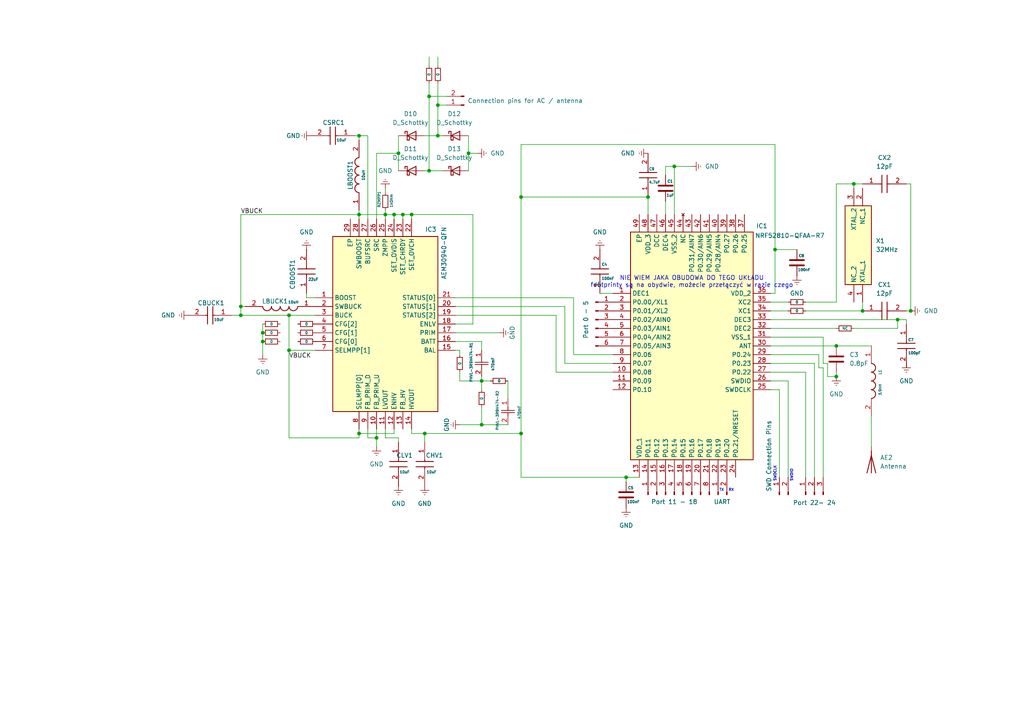
<source format=kicad_sch>
(kicad_sch (version 20231120) (generator "eeschema") (generator_version "8.0")
  (paper "A4")
  (lib_symbols
    (symbol "2025-01-15_17-32-21:PHVL-3R9H474-R" (pin_names (offset 0.254))
      (property "Reference" "C" (at 3.81 3.81 0))
      (property "Value" "PHVL-3R9H474-R" (at 3.81 -3.81 0))
      (symbol "PHVL-3R9H474-R_1_1"
        (pin unspecified line (at 0 0 0) (length 2.54) (name "") (number "1"))
        (pin unspecified line (at 7.62 0 180) (length 2.54) (name "") (number "2"))
      )
      (symbol "PHVL-3R9H474-R_1_2"
        (pin unspecified line (at 0 0 270) (length 2.54) (name "") (number "1"))
        (pin unspecified line (at 0 -7.62 90) (length 2.54) (name "") (number "2"))
      )
    )
    (symbol "Connector:Conn_01x02_Pin" (pin_names (offset 1.016) hide)
      (property "Reference" "J" (at 0 2.54 0))
      (property "Value" "Conn_01x02_Pin" (at 0 -5.08 0))
      (symbol "Conn_01x02_Pin_1_1"
        (pin passive line (at 5.08 0 180) (length 3.81) (name "Pin_1") (number "1"))
        (pin passive line (at 5.08 -2.54 180) (length 3.81) (name "Pin_2") (number "2"))
      )
    )
    (symbol "Connector:Conn_01x03_Pin" (pin_names (offset 1.016) hide)
      (property "Reference" "J" (at 0 5.08 0))
      (property "Value" "Conn_01x03_Pin" (at 0 -5.08 0))
      (symbol "Conn_01x03_Pin_1_1"
        (pin passive line (at 5.08 2.54 180) (length 3.81) (name "Pin_1") (number "1"))
        (pin passive line (at 5.08 0 180) (length 3.81) (name "Pin_2") (number "2"))
        (pin passive line (at 5.08 -2.54 180) (length 3.81) (name "Pin_3") (number "3"))
      )
    )
    (symbol "Connector:Conn_01x06_Pin" (pin_names (offset 1.016) hide)
      (property "Reference" "J" (at 0 7.62 0))
      (property "Value" "Conn_01x06_Pin" (at 0 -10.16 0))
      (symbol "Conn_01x06_Pin_1_1"
        (pin passive line (at 5.08 5.08 180) (length 3.81) (name "Pin_1") (number "1"))
        (pin passive line (at 5.08 2.54 180) (length 3.81) (name "Pin_2") (number "2"))
        (pin passive line (at 5.08 0 180) (length 3.81) (name "Pin_3") (number "3"))
        (pin passive line (at 5.08 -2.54 180) (length 3.81) (name "Pin_4") (number "4"))
        (pin passive line (at 5.08 -5.08 180) (length 3.81) (name "Pin_5") (number "5"))
        (pin passive line (at 5.08 -7.62 180) (length 3.81) (name "Pin_6") (number "6"))
      )
    )
    (symbol "Connector:Conn_01x08_Pin" (pin_names (offset 1.016) hide)
      (property "Reference" "J" (at 0 10.16 0))
      (property "Value" "Conn_01x08_Pin" (at 0 -12.7 0))
      (symbol "Conn_01x08_Pin_1_1"
        (pin passive line (at 5.08 7.62 180) (length 3.81) (name "Pin_1") (number "1"))
        (pin passive line (at 5.08 5.08 180) (length 3.81) (name "Pin_2") (number "2"))
        (pin passive line (at 5.08 2.54 180) (length 3.81) (name "Pin_3") (number "3"))
        (pin passive line (at 5.08 0 180) (length 3.81) (name "Pin_4") (number "4"))
        (pin passive line (at 5.08 -2.54 180) (length 3.81) (name "Pin_5") (number "5"))
        (pin passive line (at 5.08 -5.08 180) (length 3.81) (name "Pin_6") (number "6"))
        (pin passive line (at 5.08 -7.62 180) (length 3.81) (name "Pin_7") (number "7"))
        (pin passive line (at 5.08 -10.16 180) (length 3.81) (name "Pin_8") (number "8"))
      )
    )
    (symbol "Device:Antenna" (pin_numbers hide) (pin_names (offset 1.016) hide)
      (property "Reference" "AE" (at -1.905 1.905 0))
      (property "Value" "Antenna" (at -1.905 0 0))
      (symbol "Antenna_1_1"
        (pin input line (at 0 -5.08 90) (length 2.54) (name "A") (number "1"))
      )
    )
    (symbol "Device:C" (pin_numbers hide) (pin_names (offset 0.254))
      (property "Reference" "C" (at 0.635 2.54 0))
      (property "Value" "C" (at 0.635 -2.54 0))
      (symbol "C_1_1"
        (pin passive line (at 0 3.81 270) (length 2.794) (name "~") (number "1"))
        (pin passive line (at 0 -3.81 90) (length 2.794) (name "~") (number "2"))
      )
    )
    (symbol "Device:D_Schottky" (pin_numbers hide) (pin_names (offset 1.016) hide)
      (property "Reference" "D" (at 0 2.54 0))
      (property "Value" "D_Schottky" (at 0 -2.54 0))
      (symbol "D_Schottky_1_1"
        (pin passive line (at -3.81 0 0) (length 2.54) (name "K") (number "1"))
        (pin passive line (at 3.81 0 180) (length 2.54) (name "A") (number "2"))
      )
    )
    (symbol "Device:R_Small" (pin_numbers hide) (pin_names (offset 0.254) hide)
      (property "Reference" "R" (at 0.762 0.508 0))
      (property "Value" "R_Small" (at 0.762 -1.016 0))
      (symbol "R_Small_1_1"
        (pin passive line (at 0 2.54 270) (length 0.762) (name "~") (number "1"))
        (pin passive line (at 0 -2.54 90) (length 0.762) (name "~") (number "2"))
      )
    )
    (symbol "SamacSys_Parts:0201ZA101JAT2A" (pin_names hide)
      (property "Reference" "C" (at 8.89 6.35 0))
      (property "Value" "0201ZA101JAT2A" (at 8.89 3.81 0))
      (symbol "0201ZA101JAT2A_1_1"
        (pin passive line (at 0 0 0) (length 5.08) (name "1") (number "1"))
        (pin passive line (at 12.7 0 180) (length 5.08) (name "2") (number "2"))
      )
    )
    (symbol "SamacSys_Parts:0402X7R104KT2AT" (pin_names hide)
      (property "Reference" "C" (at 8.89 6.35 0))
      (property "Value" "0402X7R104KT2AT" (at 8.89 3.81 0))
      (symbol "0402X7R104KT2AT_1_1"
        (pin passive line (at 0 0 0) (length 5.08) (name "1") (number "1"))
        (pin passive line (at 12.7 0 180) (length 5.08) (name "2") (number "2"))
      )
    )
    (symbol "SamacSys_Parts:06035U120GAT2A" (pin_names hide)
      (property "Reference" "C" (at 8.89 6.35 0))
      (property "Value" "06035U120GAT2A" (at 8.89 3.81 0))
      (symbol "06035U120GAT2A_1_1"
        (pin passive line (at 0 0 0) (length 5.08) (name "1") (number "1"))
        (pin passive line (at 12.7 0 180) (length 5.08) (name "2") (number "2"))
      )
    )
    (symbol "SamacSys_Parts:AEM30940-QFN"
      (property "Reference" "IC" (at 36.83 22.86 0))
      (property "Value" "AEM30940-QFN" (at 36.83 20.32 0))
      (symbol "AEM30940-QFN_1_1"
        (pin passive line (at 0 0 0) (length 5.08) (name "BOOST") (number "1"))
        (pin passive line (at 17.78 -38.1 90) (length 5.08) (name "FB_PRIM_U") (number "10"))
        (pin passive line (at 20.32 -38.1 90) (length 5.08) (name "LVOUT") (number "11"))
        (pin passive line (at 22.86 -38.1 90) (length 5.08) (name "ENHV") (number "12"))
        (pin passive line (at 25.4 -38.1 90) (length 5.08) (name "FB_HV") (number "13"))
        (pin passive line (at 27.94 -38.1 90) (length 5.08) (name "HVOUT") (number "14"))
        (pin passive line (at 40.64 -15.24 180) (length 5.08) (name "BAL") (number "15"))
        (pin passive line (at 40.64 -12.7 180) (length 5.08) (name "BATT") (number "16"))
        (pin passive line (at 40.64 -10.16 180) (length 5.08) (name "PRIM") (number "17"))
        (pin passive line (at 40.64 -7.62 180) (length 5.08) (name "ENLV") (number "18"))
        (pin passive line (at 40.64 -5.08 180) (length 5.08) (name "STATUS[2]") (number "19"))
        (pin passive line (at 0 -2.54 0) (length 5.08) (name "SWBUCK") (number "2"))
        (pin passive line (at 40.64 -2.54 180) (length 5.08) (name "STATUS[1]") (number "20"))
        (pin passive line (at 40.64 0 180) (length 5.08) (name "STATUS[0]") (number "21"))
        (pin passive line (at 27.94 22.86 270) (length 5.08) (name "SET_OVCH") (number "22"))
        (pin passive line (at 25.4 22.86 270) (length 5.08) (name "SET_CHRDY") (number "23"))
        (pin passive line (at 22.86 22.86 270) (length 5.08) (name "SET_OVDIS") (number "24"))
        (pin passive line (at 20.32 22.86 270) (length 5.08) (name "ZMPP") (number "25"))
        (pin passive line (at 17.78 22.86 270) (length 5.08) (name "SRC") (number "26"))
        (pin passive line (at 15.24 22.86 270) (length 5.08) (name "BUFSRC") (number "27"))
        (pin passive line (at 12.7 22.86 270) (length 5.08) (name "SWBOOST") (number "28"))
        (pin passive line (at 10.16 22.86 270) (length 5.08) (name "EP") (number "29"))
        (pin passive line (at 0 -5.08 0) (length 5.08) (name "BUCK") (number "3"))
        (pin passive line (at 0 -7.62 0) (length 5.08) (name "CFG[2]") (number "4"))
        (pin passive line (at 0 -10.16 0) (length 5.08) (name "CFG[1]") (number "5"))
        (pin passive line (at 0 -12.7 0) (length 5.08) (name "CFG[0]") (number "6"))
        (pin passive line (at 0 -15.24 0) (length 5.08) (name "SELMPP[1]") (number "7"))
        (pin passive line (at 12.7 -38.1 90) (length 5.08) (name "SELMPP[0]") (number "8"))
        (pin passive line (at 15.24 -38.1 90) (length 5.08) (name "FB_PRIM_D") (number "9"))
      )
    )
    (symbol "SamacSys_Parts:GRM188C61C226ME01J" (pin_names hide)
      (property "Reference" "C" (at 8.89 6.35 0))
      (property "Value" "GRM188C61C226ME01J" (at 8.89 3.81 0))
      (symbol "GRM188C61C226ME01J_1_1"
        (pin passive line (at 0 0 0) (length 5.08) (name "1") (number "1"))
        (pin passive line (at 12.7 0 180) (length 5.08) (name "2") (number "2"))
      )
    )
    (symbol "SamacSys_Parts:KGM03DR50G106MH" (pin_names hide)
      (property "Reference" "C" (at 8.89 6.35 0))
      (property "Value" "KGM03DR50G106MH" (at 8.89 3.81 0))
      (symbol "KGM03DR50G106MH_1_1"
        (pin passive line (at 0 0 0) (length 5.08) (name "1") (number "1"))
        (pin passive line (at 12.7 0 180) (length 5.08) (name "2") (number "2"))
      )
    )
    (symbol "SamacSys_Parts:LMK107BJ475KA-T" (pin_names hide)
      (property "Reference" "C" (at 8.89 6.35 0))
      (property "Value" "LMK107BJ475KA-T" (at 8.89 3.81 0))
      (symbol "LMK107BJ475KA-T_1_1"
        (pin passive line (at 0 0 0) (length 5.08) (name "1") (number "1"))
        (pin passive line (at 12.7 0 180) (length 5.08) (name "2") (number "2"))
      )
    )
    (symbol "SamacSys_Parts:LQM18DZ100M70L" (pin_names hide)
      (property "Reference" "L" (at 16.51 6.35 0))
      (property "Value" "LQM18DZ100M70L" (at 16.51 3.81 0))
      (symbol "LQM18DZ100M70L_1_1"
        (pin passive line (at 0 0 0) (length 5.08) (name "1") (number "1"))
        (pin passive line (at 20.32 0 180) (length 5.08) (name "2") (number "2"))
      )
    )
    (symbol "SamacSys_Parts:LQW18AS3N9J0ZD" (pin_names hide)
      (property "Reference" "L" (at 16.51 6.35 0))
      (property "Value" "LQW18AS3N9J0ZD" (at 16.51 3.81 0))
      (symbol "LQW18AS3N9J0ZD_1_1"
        (pin passive line (at 0 0 0) (length 5.08) (name "1") (number "1"))
        (pin passive line (at 20.32 0 180) (length 5.08) (name "2") (number "2"))
      )
    )
    (symbol "SamacSys_Parts:NRF52810-QFAA-R7"
      (property "Reference" "IC" (at 41.91 22.86 0))
      (property "Value" "NRF52810-QFAA-R7" (at 41.91 20.32 0))
      (symbol "NRF52810-QFAA-R7_1_1"
        (pin passive line (at 0 0 0) (length 5.08) (name "DEC1") (number "1"))
        (pin passive line (at 0 -22.86 0) (length 5.08) (name "P0.08") (number "10"))
        (pin passive line (at 0 -25.4 0) (length 5.08) (name "P0.09") (number "11"))
        (pin passive line (at 0 -27.94 0) (length 5.08) (name "P0.10") (number "12"))
        (pin passive line (at 7.62 -53.34 90) (length 5.08) (name "VDD_1") (number "13"))
        (pin passive line (at 10.16 -53.34 90) (length 5.08) (name "P0.11") (number "14"))
        (pin passive line (at 12.7 -53.34 90) (length 5.08) (name "P0.12") (number "15"))
        (pin passive line (at 15.24 -53.34 90) (length 5.08) (name "P0.13") (number "16"))
        (pin passive line (at 17.78 -53.34 90) (length 5.08) (name "P0.14") (number "17"))
        (pin passive line (at 20.32 -53.34 90) (length 5.08) (name "P0.15") (number "18"))
        (pin passive line (at 22.86 -53.34 90) (length 5.08) (name "P0.16") (number "19"))
        (pin passive line (at 0 -2.54 0) (length 5.08) (name "P0.00/XL1") (number "2"))
        (pin passive line (at 25.4 -53.34 90) (length 5.08) (name "P0.17") (number "20"))
        (pin passive line (at 27.94 -53.34 90) (length 5.08) (name "P0.18") (number "21"))
        (pin passive line (at 30.48 -53.34 90) (length 5.08) (name "P0.19") (number "22"))
        (pin passive line (at 33.02 -53.34 90) (length 5.08) (name "P0.20") (number "23"))
        (pin passive line (at 35.56 -53.34 90) (length 5.08) (name "P0.21/NRESET") (number "24"))
        (pin passive line (at 45.72 -27.94 180) (length 5.08) (name "SWDCLK") (number "25"))
        (pin passive line (at 45.72 -25.4 180) (length 5.08) (name "SWDIO") (number "26"))
        (pin passive line (at 45.72 -22.86 180) (length 5.08) (name "P0.22") (number "27"))
        (pin passive line (at 45.72 -20.32 180) (length 5.08) (name "P0.23") (number "28"))
        (pin passive line (at 45.72 -17.78 180) (length 5.08) (name "P0.24") (number "29"))
        (pin passive line (at 0 -5.08 0) (length 5.08) (name "P0.01/XL2") (number "3"))
        (pin passive line (at 45.72 -15.24 180) (length 5.08) (name "ANT") (number "30"))
        (pin passive line (at 45.72 -12.7 180) (length 5.08) (name "VSS_1") (number "31"))
        (pin passive line (at 45.72 -10.16 180) (length 5.08) (name "DEC2") (number "32"))
        (pin passive line (at 45.72 -7.62 180) (length 5.08) (name "DEC3") (number "33"))
        (pin passive line (at 45.72 -5.08 180) (length 5.08) (name "XC1") (number "34"))
        (pin passive line (at 45.72 -2.54 180) (length 5.08) (name "XC2") (number "35"))
        (pin passive line (at 45.72 0 180) (length 5.08) (name "VDD_2") (number "36"))
        (pin passive line (at 38.1 22.86 270) (length 5.08) (name "P0.25") (number "37"))
        (pin passive line (at 35.56 22.86 270) (length 5.08) (name "P0.26") (number "38"))
        (pin passive line (at 33.02 22.86 270) (length 5.08) (name "P0.27") (number "39"))
        (pin passive line (at 0 -7.62 0) (length 5.08) (name "P0.02/AIN0") (number "4"))
        (pin passive line (at 30.48 22.86 270) (length 5.08) (name "P0.28/AIN4") (number "40"))
        (pin passive line (at 27.94 22.86 270) (length 5.08) (name "P0.29/AIN5") (number "41"))
        (pin passive line (at 25.4 22.86 270) (length 5.08) (name "P0.30/AIN6") (number "42"))
        (pin passive line (at 22.86 22.86 270) (length 5.08) (name "P0.31/AIN7") (number "43"))
        (pin no_connect line (at 20.32 22.86 270) (length 5.08) (name "NC") (number "44"))
        (pin passive line (at 17.78 22.86 270) (length 5.08) (name "VSS_2") (number "45"))
        (pin passive line (at 15.24 22.86 270) (length 5.08) (name "DEC4") (number "46"))
        (pin passive line (at 12.7 22.86 270) (length 5.08) (name "DCC") (number "47"))
        (pin passive line (at 10.16 22.86 270) (length 5.08) (name "VDD_3") (number "48"))
        (pin passive line (at 7.62 22.86 270) (length 5.08) (name "EP") (number "49"))
        (pin passive line (at 0 -10.16 0) (length 5.08) (name "P0.03/AIN1") (number "5"))
        (pin passive line (at 0 -12.7 0) (length 5.08) (name "P0.04/AIN2") (number "6"))
        (pin passive line (at 0 -15.24 0) (length 5.08) (name "P0.05/AIN3") (number "7"))
        (pin passive line (at 0 -17.78 0) (length 5.08) (name "P0.06") (number "8"))
        (pin passive line (at 0 -20.32 0) (length 5.08) (name "P0.07") (number "9"))
      )
    )
    (symbol "SamacSys_Parts:XRCGB32M000F1S2AR0"
      (property "Reference" "Y" (at 29.21 7.62 0))
      (property "Value" "XRCGB32M000F1S2AR0" (at 29.21 5.08 0))
      (symbol "XRCGB32M000F1S2AR0_1_1"
        (pin passive line (at 0 -2.54 0) (length 5.08) (name "XTAL_1") (number "1"))
        (pin passive line (at 33.02 -2.54 180) (length 5.08) (name "NC_1") (number "2"))
        (pin passive line (at 33.02 0 180) (length 5.08) (name "XTAL_2") (number "3"))
        (pin passive line (at 0 0 0) (length 5.08) (name "NC_2") (number "4"))
      )
    )
    (symbol "power:Earth" (power) (pin_numbers hide) (pin_names (offset 0) hide)
      (property "Value" "Earth" (at 0 -3.81 0))
      (symbol "Earth_1_1"
        (pin power_in line (at 0 0 270) (length 0) (name "~") (number "1"))
      )
    )
  )
  (junction (at 242.57 100.33))
  (junction (at 124.46 49.53))
  (junction (at 139.7 110.49))
  (junction (at 181.61 138.43))
  (junction (at 250.19 90.17))
  (junction (at 242.57 109.22))
  (junction (at 127 39.37))
  (junction (at 195.58 48.26))
  (junction (at 139.7 123.19))
  (junction (at 76.2 96.52))
  (junction (at 124.46 27.94))
  (junction (at 115.57 44.45))
  (junction (at 187.96 57.15))
  (junction (at 264.16 90.17))
  (junction (at 76.2 99.06))
  (junction (at 104.14 39.37))
  (junction (at 69.85 91.44))
  (junction (at 114.3 62.23))
  (junction (at 111.76 62.23))
  (junction (at 104.14 62.23))
  (junction (at 247.65 53.34))
  (junction (at 83.82 101.6))
  (junction (at 123.19 125.73))
  (junction (at 135.89 44.45))
  (junction (at 83.82 91.44))
  (junction (at 104.14 125.73))
  (junction (at 260.35 92.71))
  (junction (at 119.38 62.23))
  (junction (at 109.22 127))
  (junction (at 151.13 57.15))
  (junction (at 151.13 125.73))
  (junction (at 224.79 72.39))
  (junction (at 69.85 88.9))
  (junction (at 127 30.48))
  (junction (at 116.84 62.23))
  (wire (pts (xy 233.68 87.63) (xy 242.57 87.63)))
  (wire (pts (xy 114.3 62.23) (xy 114.3 63.5)))
  (wire (pts (xy 151.13 138.43) (xy 151.13 125.73)))
  (wire (pts (xy 83.82 101.6) (xy 91.44 101.6)))
  (wire (pts (xy 247.65 54.61) (xy 247.65 53.34)))
  (wire (pts (xy 260.35 92.71) (xy 262.89 92.71)))
  (wire (pts (xy 240.03 105.41) (xy 240.03 109.22)))
  (wire (pts (xy 132.08 91.44) (xy 161.29 91.44)))
  (wire (pts (xy 260.35 95.25) (xy 260.35 92.71)))
  (wire (pts (xy 111.76 54.61) (xy 111.76 55.88)))
  (wire (pts (xy 104.14 125.73) (xy 104.14 124.46)))
  (wire (pts (xy 76.2 96.52) (xy 76.2 99.06)))
  (wire (pts (xy 262.89 53.34) (xy 264.16 53.34)))
  (wire (pts (xy 240.03 105.41) (xy 238.76 105.41)))
  (wire (pts (xy 233.68 138.43) (xy 233.68 107.95)))
  (wire (pts (xy 76.2 93.98) (xy 76.2 96.52)))
  (wire (pts (xy 83.82 91.44) (xy 83.82 101.6)))
  (wire (pts (xy 119.38 62.23) (xy 137.16 62.23)))
  (wire (pts (xy 181.61 138.43) (xy 181.61 139.7)))
  (wire (pts (xy 115.57 44.45) (xy 115.57 49.53)))
  (wire (pts (xy 129.54 27.94) (xy 124.46 27.94)))
  (wire (pts (xy 264.16 53.34) (xy 264.16 90.17)))
  (wire (pts (xy 238.76 138.43) (xy 238.76 106.68)))
  (wire (pts (xy 252.73 129.54) (xy 252.73 120.65)))
  (wire (pts (xy 127 30.48) (xy 127 39.37)))
  (wire (pts (xy 223.52 100.33) (xy 242.57 100.33)))
  (wire (pts (xy 104.14 60.96) (xy 104.14 62.23)))
  (wire (pts (xy 109.22 129.54) (xy 109.22 127)))
  (wire (pts (xy 137.16 62.23) (xy 137.16 93.98)))
  (wire (pts (xy 238.76 97.79) (xy 223.52 97.79)))
  (wire (pts (xy 106.68 39.37) (xy 106.68 63.5)))
  (wire (pts (xy 242.57 100.33) (xy 252.73 100.33)))
  (wire (pts (xy 133.35 110.49) (xy 139.7 110.49)))
  (wire (pts (xy 69.85 88.9) (xy 71.12 88.9)))
  (wire (pts (xy 223.52 113.03) (xy 226.06 113.03)))
  (wire (pts (xy 88.9 86.36) (xy 88.9 85.09)))
  (wire (pts (xy 115.57 127) (xy 115.57 128.27)))
  (wire (pts (xy 132.08 99.06) (xy 139.7 99.06)))
  (wire (pts (xy 242.57 53.34) (xy 242.57 87.63)))
  (wire (pts (xy 124.46 16.51) (xy 124.46 19.05)))
  (wire (pts (xy 69.85 62.23) (xy 104.14 62.23)))
  (wire (pts (xy 104.14 125.73) (xy 114.3 125.73)))
  (wire (pts (xy 139.7 110.49) (xy 142.24 110.49)))
  (wire (pts (xy 123.19 125.73) (xy 123.19 128.27)))
  (wire (pts (xy 116.84 62.23) (xy 119.38 62.23)))
  (wire (pts (xy 151.13 57.15) (xy 187.96 57.15)))
  (wire (pts (xy 111.76 62.23) (xy 111.76 63.5)))
  (wire (pts (xy 106.68 127) (xy 109.22 127)))
  (wire (pts (xy 151.13 41.91) (xy 151.13 57.15)))
  (wire (pts (xy 91.44 86.36) (xy 88.9 86.36)))
  (wire (pts (xy 233.68 90.17) (xy 250.19 90.17)))
  (wire (pts (xy 193.04 48.26) (xy 195.58 48.26)))
  (wire (pts (xy 166.37 102.87) (xy 177.8 102.87)))
  (wire (pts (xy 116.84 62.23) (xy 116.84 63.5)))
  (wire (pts (xy 115.57 44.45) (xy 115.57 39.37)))
  (wire (pts (xy 224.79 85.09) (xy 224.79 72.39)))
  (wire (pts (xy 228.6 110.49) (xy 223.52 110.49)))
  (wire (pts (xy 139.7 118.11) (xy 139.7 123.19)))
  (wire (pts (xy 151.13 57.15) (xy 151.13 125.73)))
  (wire (pts (xy 123.19 49.53) (xy 124.46 49.53)))
  (wire (pts (xy 76.2 99.06) (xy 76.2 102.87)))
  (wire (pts (xy 223.52 105.41) (xy 236.22 105.41)))
  (wire (pts (xy 262.89 92.71) (xy 262.89 93.98)))
  (wire (pts (xy 111.76 60.96) (xy 111.76 62.23)))
  (wire (pts (xy 83.82 91.44) (xy 91.44 91.44)))
  (wire (pts (xy 69.85 91.44) (xy 83.82 91.44)))
  (wire (pts (xy 132.08 86.36) (xy 166.37 86.36)))
  (wire (pts (xy 193.04 50.8) (xy 193.04 48.26)))
  (wire (pts (xy 151.13 41.91) (xy 224.79 41.91)))
  (wire (pts (xy 104.14 62.23) (xy 111.76 62.23)))
  (wire (pts (xy 238.76 105.41) (xy 238.76 97.79)))
  (wire (pts (xy 187.96 62.23) (xy 187.96 57.15)))
  (wire (pts (xy 69.85 88.9) (xy 69.85 91.44)))
  (wire (pts (xy 132.08 101.6) (xy 133.35 101.6)))
  (wire (pts (xy 133.35 101.6) (xy 133.35 102.87)))
  (wire (pts (xy 119.38 124.46) (xy 119.38 125.73)))
  (wire (pts (xy 127 24.13) (xy 127 30.48)))
  (wire (pts (xy 166.37 86.36) (xy 166.37 102.87)))
  (wire (pts (xy 237.49 106.68) (xy 237.49 102.87)))
  (wire (pts (xy 200.66 48.26) (xy 195.58 48.26)))
  (wire (pts (xy 238.76 106.68) (xy 237.49 106.68)))
  (wire (pts (xy 173.99 85.09) (xy 177.8 85.09)))
  (wire (pts (xy 129.54 30.48) (xy 127 30.48)))
  (wire (pts (xy 114.3 62.23) (xy 116.84 62.23)))
  (wire (pts (xy 177.8 105.41) (xy 163.83 105.41)))
  (wire (pts (xy 139.7 99.06) (xy 139.7 101.6)))
  (wire (pts (xy 193.04 58.42) (xy 193.04 62.23)))
  (wire (pts (xy 224.79 72.39) (xy 231.14 72.39)))
  (wire (pts (xy 223.52 85.09) (xy 224.79 85.09)))
  (wire (pts (xy 102.87 39.37) (xy 104.14 39.37)))
  (wire (pts (xy 104.14 62.23) (xy 104.14 63.5)))
  (wire (pts (xy 139.7 123.19) (xy 133.35 123.19)))
  (wire (pts (xy 104.14 39.37) (xy 106.68 39.37)))
  (wire (pts (xy 195.58 48.26) (xy 195.58 62.23)))
  (wire (pts (xy 262.89 106.68) (xy 262.89 105.41)))
  (wire (pts (xy 111.76 127) (xy 115.57 127)))
  (wire (pts (xy 262.89 90.17) (xy 264.16 90.17)))
  (wire (pts (xy 240.03 109.22) (xy 242.57 109.22)))
  (wire (pts (xy 109.22 44.45) (xy 115.57 44.45)))
  (wire (pts (xy 114.3 125.73) (xy 114.3 124.46)))
  (wire (pts (xy 226.06 113.03) (xy 226.06 138.43)))
  (wire (pts (xy 233.68 107.95) (xy 223.52 107.95)))
  (wire (pts (xy 135.89 44.45) (xy 135.89 49.53)))
  (wire (pts (xy 161.29 107.95) (xy 177.8 107.95)))
  (wire (pts (xy 132.08 96.52) (xy 144.78 96.52)))
  (wire (pts (xy 111.76 62.23) (xy 114.3 62.23)))
  (wire (pts (xy 242.57 107.95) (xy 242.57 109.22)))
  (wire (pts (xy 228.6 138.43) (xy 228.6 110.49)))
  (wire (pts (xy 181.61 138.43) (xy 185.42 138.43)))
  (wire (pts (xy 119.38 125.73) (xy 123.19 125.73)))
  (wire (pts (xy 123.19 39.37) (xy 127 39.37)))
  (wire (pts (xy 104.14 127) (xy 104.14 125.73)))
  (wire (pts (xy 247.65 53.34) (xy 242.57 53.34)))
  (wire (pts (xy 67.31 91.44) (xy 69.85 91.44)))
  (wire (pts (xy 124.46 49.53) (xy 128.27 49.53)))
  (wire (pts (xy 111.76 124.46) (xy 111.76 127)))
  (wire (pts (xy 151.13 138.43) (xy 181.61 138.43)))
  (wire (pts (xy 161.29 91.44) (xy 161.29 107.95)))
  (wire (pts (xy 223.52 90.17) (xy 228.6 90.17)))
  (wire (pts (xy 106.68 124.46) (xy 106.68 127)))
  (wire (pts (xy 163.83 88.9) (xy 132.08 88.9)))
  (wire (pts (xy 109.22 124.46) (xy 109.22 127)))
  (wire (pts (xy 133.35 107.95) (xy 133.35 110.49)))
  (wire (pts (xy 83.82 127) (xy 104.14 127)))
  (wire (pts (xy 247.65 95.25) (xy 260.35 95.25)))
  (wire (pts (xy 224.79 41.91) (xy 224.79 72.39)))
  (wire (pts (xy 247.65 53.34) (xy 250.19 53.34)))
  (wire (pts (xy 124.46 24.13) (xy 124.46 27.94)))
  (wire (pts (xy 223.52 92.71) (xy 260.35 92.71)))
  (wire (pts (xy 69.85 62.23) (xy 69.85 88.9)))
  (wire (pts (xy 83.82 101.6) (xy 83.82 127)))
  (wire (pts (xy 135.89 39.37) (xy 135.89 44.45)))
  (wire (pts (xy 137.16 93.98) (xy 132.08 93.98)))
  (wire (pts (xy 236.22 105.41) (xy 236.22 138.43)))
  (wire (pts (xy 223.52 87.63) (xy 228.6 87.63)))
  (wire (pts (xy 135.89 44.45) (xy 138.43 44.45)))
  (wire (pts (xy 237.49 102.87) (xy 223.52 102.87)))
  (wire (pts (xy 139.7 123.19) (xy 147.32 123.19)))
  (wire (pts (xy 147.32 110.49) (xy 147.32 115.57)))
  (wire (pts (xy 124.46 27.94) (xy 124.46 49.53)))
  (wire (pts (xy 123.19 125.73) (xy 151.13 125.73)))
  (wire (pts (xy 104.14 39.37) (xy 104.14 40.64)))
  (wire (pts (xy 127 39.37) (xy 128.27 39.37)))
  (wire (pts (xy 119.38 62.23) (xy 119.38 63.5)))
  (wire (pts (xy 139.7 109.22) (xy 139.7 110.49)))
  (wire (pts (xy 139.7 113.03) (xy 139.7 110.49)))
  (wire (pts (xy 127 16.51) (xy 127 19.05)))
  (wire (pts (xy 223.52 95.25) (xy 242.57 95.25)))
  (wire (pts (xy 109.22 63.5) (xy 109.22 44.45)))
  (wire (pts (xy 163.83 105.41) (xy 163.83 88.9)))
  (wire (pts (xy 250.19 90.17) (xy 250.19 87.63)))
  (text "NIE WIEM JAKA OBUDOWA DO TEGO UKŁADU\nfootprinty są na obydwie, możecie przełączyć w razie czego" (at 200.66 81.788 0) (effects (font (size 1.27 1.27))))
  (text "SWDCLK" (at 224.79 137.414 90) (effects (font (size 0.762 0.762))))
  (text "SWDIO" (at 229.616 137.922 90) (effects (font (size 0.762 0.762))))
  (text "RX" (at 212.09 142.24 0) (effects (font (size 0.762 0.762))))
  (text "TX" (at 209.296 142.24 0) (effects (font (size 0.762 0.762))))
  (label "VBUCK" (at 69.85 62.23 0))
  (label "VBUCK" (at 83.82 104.14 0))
  (symbol (lib_id "SamacSys_Parts:LQM18DZ100M70L") (at 91.44 88.9 180) (unit 1)
    (property "Reference" "LBUCK1" (at 79.756 87.376 0))
    (property "Value" "10uH" (at 85.09 87.63 0) (effects (font (size 0.762 0.762))))
    (property "Footprint" "Library:JELF243A" (effects (hide yes)))
    (property "Datasheet" "https://search.murata.co.jp/Ceramy/image/img/P02/JELF243B-9128.pdf" (effects (hide yes)))
    (property "Description" "Fixed Multilayer Inductor SMD 10uH" (effects (hide yes)))
    (property "Height" "0.95" (effects (hide yes)))
    (property "Manufacturer_Name" "Murata Electronics" (effects (hide yes)))
    (property "Manufacturer_Part_Number" "LQM18DZ100M70L" (effects (hide yes)))
    (property "Mouser Part Number" "81-LQM18DZ100M70L" (effects (hide yes)))
    (property "Mouser Price/Stock" "https://www.mouser.co.uk/ProductDetail/Murata-Electronics/LQM18DZ100M70L?qs=aP1CjGhiNiEZ3OOVSIdy1A%3D%3D" (effects (hide yes)))
    (property "Arrow Part Number" "LQM18DZ100M70L" (effects (hide yes)))
    (property "Arrow Price/Stock" "https://www.arrow.com/en/products/lqm18dz100m70l/murata-manufacturing?region=nac" (effects (hide yes)))
  )
  (symbol (lib_id "power:Earth") (at 115.57 140.97 0) (unit 1)
    (property "Reference" "#PWR08" (effects (hide yes)))
    (property "Value" "GND" (at 115.57 146.05 0))
    (property "Description" "Power symbol creates a global label with name \"Earth\"" (effects (hide yes)))
  )
  (symbol (lib_id "Device:R_Small") (at 139.7 115.57 0) (unit 1)
    (property "Reference" "R9" (effects (hide yes)))
    (property "Value" "0" (at 139.7 115.57 90) (effects (font (size 0.762 0.762))))
    (property "Description" "Resistor, small symbol" (effects (hide yes)))
  )
  (symbol (lib_id "SamacSys_Parts:KGM03DR50G106MH") (at 123.19 128.27 270) (unit 1)
    (property "Reference" "CHV1" (at 123.444 132.08 90) (effects (justify left)))
    (property "Value" "10uF" (at 123.698 136.906 90) (effects (font (size 0.762 0.762)) (justify left)))
    (property "Footprint" "CAPC0603X33N" (effects (hide yes)))
    (property "Datasheet" "https://www.mouser.es/ProductDetail/KYOCERA-AVX/KGM03DR50G106MH?qs=iLKYxzqNS76PsWzG2ClQ2g%3D%3D" (effects (hide yes)))
    (property "Description" "Multilayer Ceramic Capacitors MLCC - SMD/SMT 4V 10uF 0201 X5R 20%" (effects (hide yes)))
    (property "Height" "0.33" (effects (hide yes)))
    (property "Manufacturer_Name" "Kyocera AVX" (effects (hide yes)))
    (property "Manufacturer_Part_Number" "KGM03DR50G106MH" (effects (hide yes)))
    (property "Mouser Part Number" "581-KGM03DR50G106MH" (effects (hide yes)))
    (property "Mouser Price/Stock" "https://www.mouser.co.uk/ProductDetail/KYOCERA-AVX/KGM03DR50G106MH?qs=iLKYxzqNS76PsWzG2ClQ2g%3D%3D" (effects (hide yes)))
  )
  (symbol (lib_id "power:Earth") (at 90.17 39.37 270) (unit 1)
    (property "Reference" "#PWR05" (effects (hide yes)))
    (property "Value" "GND" (at 87.122 39.37 90) (effects (justify right)))
    (property "Description" "Power symbol creates a global label with name \"Earth\"" (effects (hide yes)))
  )
  (symbol (lib_id "Connector:Conn_01x06_Pin") (at 172.72 92.71 0) (unit 1)
    (property "Reference" "J5" (at 173.355 82.55 0))
    (property "Value" "Port 0 - 5" (at 169.926 92.71 90))
    (property "Description" "Generic connector, single row, 01x06, script generated" (effects (hide yes)))
  )
  (symbol (lib_id "Device:D_Schottky") (at 132.08 49.53 0) (unit 1)
    (property "Reference" "D13" (at 131.7625 43.18 0))
    (property "Value" "D_Schottky" (at 131.7625 45.72 0))
    (property "Description" "Schottky diode" (effects (hide yes)))
  )
  (symbol (lib_id "Device:R_Small") (at 245.11 95.25 90) (unit 1)
    (property "Reference" "R14" (effects (hide yes)))
    (property "Value" "NC" (at 245.11 95.25 90) (effects (font (size 0.762 0.762))))
    (property "Description" "Resistor, small symbol" (effects (hide yes)))
  )
  (symbol (lib_id "SamacSys_Parts:KGM03DR50G106MH") (at 102.87 39.37 180) (unit 1)
    (property "Reference" "CSRC1" (at 96.774 35.56 0))
    (property "Value" "10uF" (at 99.06 40.64 0) (effects (font (size 0.762 0.762))))
    (property "Footprint" "CAPC0603X33N" (effects (hide yes)))
    (property "Datasheet" "https://www.mouser.es/ProductDetail/KYOCERA-AVX/KGM03DR50G106MH?qs=iLKYxzqNS76PsWzG2ClQ2g%3D%3D" (effects (hide yes)))
    (property "Description" "Multilayer Ceramic Capacitors MLCC - SMD/SMT 4V 10uF 0201 X5R 20%" (effects (hide yes)))
    (property "Height" "0.33" (effects (hide yes)))
    (property "Manufacturer_Name" "Kyocera AVX" (effects (hide yes)))
    (property "Manufacturer_Part_Number" "KGM03DR50G106MH" (effects (hide yes)))
    (property "Mouser Part Number" "581-KGM03DR50G106MH" (effects (hide yes)))
    (property "Mouser Price/Stock" "https://www.mouser.co.uk/ProductDetail/KYOCERA-AVX/KGM03DR50G106MH?qs=iLKYxzqNS76PsWzG2ClQ2g%3D%3D" (effects (hide yes)))
  )
  (symbol (lib_id "Connector:Conn_01x02_Pin") (at 208.28 143.51 90) (unit 1)
    (property "Reference" "J3" (effects (hide yes)))
    (property "Value" "UART" (at 207.01 145.542 90) (effects (justify right)))
    (property "Description" "Generic connector, single row, 01x02, script generated" (effects (hide yes)))
  )
  (symbol (lib_id "Device:C") (at 193.04 54.61 0) (unit 1)
    (property "Reference" "C1" (at 193.548 52.578 0) (effects (font (size 0.762 0.762)) (justify left)))
    (property "Value" "1uF" (at 193.294 56.642 0) (effects (font (size 0.762 0.762)) (justify left)))
    (property "Footprint" "Capacitor_SMD:C_0201_0603Metric" (effects (hide yes)))
    (property "Description" "Unpolarized capacitor" (effects (hide yes)))
  )
  (symbol (lib_id "power:Earth") (at 173.99 72.39 180) (unit 1)
    (property "Reference" "#PWR013" (effects (hide yes)))
    (property "Value" "GND" (at 173.99 67.31 0))
    (property "Description" "Power symbol creates a global label with name \"Earth\"" (effects (hide yes)))
  )
  (symbol (lib_id "2025-01-15_17-32-21:PHVL-3R9H474-R") (at 147.32 115.57 270) (unit 1)
    (property "Reference" "PHVL-3R9H474-R2" (at 144.272 113.284 0) (effects (font (size 0.762 0.762)) (justify left)))
    (property "Value" "470mF" (at 150.622 117.602 0) (effects (font (size 0.762 0.762)) (justify left)))
    (property "Footprint" "Capacitor_THT:C_Rect_L16.5mm_W9.0mm_P15.00mm_MKT" (effects (hide yes)))
    (property "Datasheet" "PHVL-3R9H474-R" (effects (hide yes)))
  )
  (symbol (lib_id "Device:R_Small") (at 78.74 99.06 90) (unit 1)
    (property "Reference" "R6" (effects (hide yes)))
    (property "Value" "0" (at 78.74 99.06 90) (effects (font (size 0.762 0.762))))
    (property "Description" "Resistor, small symbol" (effects (hide yes)))
  )
  (symbol (lib_id "power:Earth") (at 264.16 90.17 90) (unit 1)
    (property "Reference" "#PWR014" (effects (hide yes)))
    (property "Value" "GND" (at 267.97 90.1699 90) (effects (justify right)))
    (property "Description" "Power symbol creates a global label with name \"Earth\"" (effects (hide yes)))
  )
  (symbol (lib_id "power:Earth") (at 242.57 109.22 0) (unit 1)
    (property "Reference" "#PWR012" (effects (hide yes)))
    (property "Value" "GND" (at 242.57 114.3 0))
    (property "Description" "Power symbol creates a global label with name \"Earth\"" (effects (hide yes)))
  )
  (symbol (lib_id "SamacSys_Parts:GRM188C61C226ME01J") (at 88.9 85.09 90) (unit 1)
    (property "Reference" "CBOOST1" (at 84.836 75.184 0) (effects (justify right)))
    (property "Value" "22uF" (at 89.408 81.026 90) (effects (font (size 0.762 0.762)) (justify right)))
    (property "Footprint" "CAPC1608X90N" (effects (hide yes)))
    (property "Datasheet" "https://search.murata.co.jp/Ceramy/image/img/A01X/G101/ENG/GRM188C61C226ME01-01A.pdf" (effects (hide yes)))
    (property "Description" "22 F +/-20% 16V Ceramic Capacitor X5S 0603 (1608 Metric)" (effects (hide yes)))
    (property "Height" "0.9" (effects (hide yes)))
    (property "Manufacturer_Name" "Murata Electronics" (effects (hide yes)))
    (property "Manufacturer_Part_Number" "GRM188C61C226ME01J" (effects (hide yes)))
    (property "Mouser Part Number" "81-GRM188C61C226ME1J" (effects (hide yes)))
    (property "Mouser Price/Stock" "https://www.mouser.co.uk/ProductDetail/Murata-Electronics/GRM188C61C226ME01J?qs=Z%252BL2brAPG1JnJw60SEQHhw%3D%3D" (effects (hide yes)))
    (property "Arrow Part Number" "GRM188C61C226ME01J" (effects (hide yes)))
    (property "Arrow Price/Stock" "https://www.arrow.com/en/products/grm188c61c226me01j/murata-manufacturing?utm_currency=USD&region=nac" (effects (hide yes)))
  )
  (symbol (lib_id "Device:D_Schottky") (at 132.08 39.37 0) (unit 1)
    (property "Reference" "D12" (at 131.7625 33.02 0))
    (property "Value" "D_Schottky" (at 131.7625 35.56 0))
    (property "Description" "Schottky diode" (effects (hide yes)))
  )
  (symbol (lib_id "Device:R_Small") (at 78.74 93.98 90) (unit 1)
    (property "Reference" "R4" (effects (hide yes)))
    (property "Value" "0" (at 78.74 93.98 90) (effects (font (size 0.762 0.762))))
    (property "Description" "Resistor, small symbol" (effects (hide yes)))
  )
  (symbol (lib_id "Device:R_Small") (at 88.9 96.52 90) (unit 1)
    (property "Reference" "R2" (effects (hide yes)))
    (property "Value" "0" (at 88.9 96.52 90) (effects (font (size 0.762 0.762))))
    (property "Description" "Resistor, small symbol" (effects (hide yes)))
  )
  (symbol (lib_id "Device:R_Small") (at 133.35 105.41 180) (unit 1)
    (property "Reference" "R7" (effects (hide yes)))
    (property "Value" "0" (at 133.35 105.41 90) (effects (font (size 0.762 0.762))))
    (property "Description" "Resistor, small symbol" (effects (hide yes)))
  )
  (symbol (lib_id "power:Earth") (at 200.66 48.26 90) (unit 1)
    (property "Reference" "#PWR011" (effects (hide yes)))
    (property "Value" "GND" (at 204.47 48.2599 90) (effects (justify right)))
    (property "Description" "Power symbol creates a global label with name \"Earth\"" (effects (hide yes)))
  )
  (symbol (lib_id "power:Earth") (at 109.22 129.54 0) (unit 1)
    (property "Reference" "#PWR02" (effects (hide yes)))
    (property "Value" "GND" (at 109.22 134.62 0))
    (property "Description" "Power symbol creates a global label with name \"Earth\"" (effects (hide yes)))
  )
  (symbol (lib_id "Device:R_Small") (at 78.74 96.52 90) (unit 1)
    (property "Reference" "R5" (effects (hide yes)))
    (property "Value" "0" (at 78.74 96.52 90) (effects (font (size 0.762 0.762))))
    (property "Description" "Resistor, small symbol" (effects (hide yes)))
  )
  (symbol (lib_id "power:Earth") (at 262.89 105.41 0) (unit 1)
    (property "Reference" "#PWR018" (effects (hide yes)))
    (property "Value" "GND" (at 262.89 110.49 0))
    (property "Description" "Power symbol creates a global label with name \"Earth\"" (effects (hide yes)))
  )
  (symbol (lib_id "SamacSys_Parts:06035U120GAT2A") (at 250.19 53.34 0) (unit 1)
    (property "Reference" "CX2" (at 256.54 45.72 0))
    (property "Value" "12pF" (at 256.54 48.26 0))
    (property "Footprint" "CAPC1608X90N" (effects (hide yes)))
    (property "Datasheet" "https://componentsearchengine.com/Datasheets/1/06031A100FAT2A.pdf" (effects (hide yes)))
    (property "Description" "Multilayer Ceramic Capacitors MLCC - SMD/SMT NEW GLOBAL PN KGQ15ACG1H120GT 50V 12pF C0G 0603 2%" (effects (hide yes)))
    (property "Height" "0.9" (effects (hide yes)))
    (property "Manufacturer_Name" "Kyocera AVX" (effects (hide yes)))
    (property "Manufacturer_Part_Number" "06035U120GAT2A" (effects (hide yes)))
    (property "Mouser Part Number" "581-06035U120GAT2A" (effects (hide yes)))
    (property "Mouser Price/Stock" "https://www.mouser.co.uk/ProductDetail/KYOCERA-AVX/06035U120GAT2A?qs=qVfB0%2FDaMDYFaAfCbJrXnA%3D%3D" (effects (hide yes)))
  )
  (symbol (lib_id "Device:D_Schottky") (at 119.38 49.53 0) (unit 1)
    (property "Reference" "D11" (at 119.0625 43.18 0))
    (property "Value" "D_Schottky" (at 119.0625 45.72 0))
    (property "Description" "Schottky diode" (effects (hide yes)))
  )
  (symbol (lib_id "Device:R_Small") (at 127 21.59 180) (unit 1)
    (property "Reference" "R13" (effects (hide yes)))
    (property "Value" "0" (at 127 21.59 90) (effects (font (size 0.762 0.762))))
    (property "Description" "Resistor, small symbol" (effects (hide yes)))
  )
  (symbol (lib_id "Connector:Conn_01x02_Pin") (at 134.62 30.48 180) (unit 1)
    (property "Reference" "J1" (effects (hide yes)))
    (property "Value" "Connection pins for AC / antenna" (at 135.636 29.21 0) (effects (justify right)))
    (property "Description" "Generic connector, single row, 01x02, script generated" (effects (hide yes)))
  )
  (symbol (lib_id "SamacSys_Parts:LQW18AS3N9J0ZD") (at 252.73 100.33 270) (unit 1)
    (property "Reference" "L1" (at 255.27 107.95 0) (effects (font (size 0.762 0.762))))
    (property "Value" "3.9nH" (at 255.27 113.03 0) (effects (font (size 0.762 0.762))))
    (property "Footprint" "LQW18AS10NG0CD" (effects (hide yes)))
    (property "Datasheet" "https://search.murata.co.jp/Ceramy/image/img/P02/JELF243A-9139.pdf" (effects (hide yes)))
    (property "Description" "LQW18AS_0Z Series Inductor 3.9nH +/-5% 0603 (1608)" (effects (hide yes)))
    (property "Height" "1" (effects (hide yes)))
    (property "Manufacturer_Name" "Murata Electronics" (effects (hide yes)))
    (property "Manufacturer_Part_Number" "LQW18AS3N9J0ZD" (effects (hide yes)))
    (property "Mouser Part Number" "81-LQW18AS3N9J0ZD" (effects (hide yes)))
    (property "Mouser Price/Stock" "https://www.mouser.com/Search/Refine.aspx?Keyword=81-LQW18AS3N9J0ZD" (effects (hide yes)))
  )
  (symbol (lib_id "Device:R_Small") (at 124.46 21.59 180) (unit 1)
    (property "Reference" "R12" (effects (hide yes)))
    (property "Value" "0" (at 124.46 21.59 90) (effects (font (size 0.762 0.762))))
    (property "Description" "Resistor, small symbol" (effects (hide yes)))
  )
  (symbol (lib_id "power:Earth") (at 54.61 91.44 270) (unit 1)
    (property "Reference" "#PWR06" (effects (hide yes)))
    (property "Value" "GND" (at 50.8 91.4399 90) (effects (justify right)))
    (property "Description" "Power symbol creates a global label with name \"Earth\"" (effects (hide yes)))
  )
  (symbol (lib_id "Device:R_Small") (at 144.78 110.49 90) (unit 1)
    (property "Reference" "R8" (effects (hide yes)))
    (property "Value" "0" (at 144.78 110.49 90) (effects (font (size 0.762 0.762))))
    (property "Description" "Resistor, small symbol" (effects (hide yes)))
  )
  (symbol (lib_id "SamacSys_Parts:0201ZA101JAT2A") (at 262.89 93.98 270) (unit 1)
    (property "Reference" "C7" (at 263.398 98.552 90) (effects (font (size 0.762 0.762)) (justify left)))
    (property "Value" "100pF" (at 263.398 102.362 90) (effects (font (size 0.762 0.762)) (justify left)))
    (property "Footprint" "CAPC0603X33N" (effects (hide yes)))
    (property "Datasheet" "http://www.mouser.com/catalog/supplier/library/pdf/AVXSurfaceMountCeramic.pdf" (effects (hide yes)))
    (property "Description" "Multilayer Ceramic Capacitors MLCC - SMD/SMT 100PF 10volts 5% C0G" (effects (hide yes)))
    (property "Height" "0.33" (effects (hide yes)))
    (property "Manufacturer_Name" "Kyocera AVX" (effects (hide yes)))
    (property "Manufacturer_Part_Number" "0201ZA101JAT2A" (effects (hide yes)))
    (property "Mouser Part Number" "581-0201ZA101JAT2A" (effects (hide yes)))
    (property "Mouser Price/Stock" "https://www.mouser.co.uk/ProductDetail/AVX/0201ZA101JAT2A/?qs=OPSNo7cs%2FU4G4NmgfFBkWw%3D%3D" (effects (hide yes)))
    (property "Arrow Part Number" "0201ZA101JAT2A" (effects (hide yes)))
    (property "Arrow Price/Stock" "https://www.arrow.com/en/products/0201za101jat2a/avx" (effects (hide yes)))
  )
  (symbol (lib_id "Device:R_Small") (at 231.14 90.17 90) (unit 1)
    (property "Reference" "R10" (effects (hide yes)))
    (property "Value" "0" (at 231.14 90.17 90) (effects (font (size 0.762 0.762))))
    (property "Description" "Resistor, small symbol" (effects (hide yes)))
  )
  (symbol (lib_id "SamacSys_Parts:NRF52810-QFAA-R7") (at 177.8 85.09 0) (unit 1)
    (property "Reference" "IC1" (at 220.98 65.532 0))
    (property "Value" "NRF52810-QFAA-R7" (at 229.108 68.326 0))
    (property "Footprint" "Library:QFN-48_EP_6x6_Pitch0.4mm" (effects (hide yes)))
    (property "Datasheet" "https://datasheet.datasheetarchive.com/originals/distributors/DKDS-9/161793.pdf" (effects (hide yes)))
    (property "Description" "NORDIC SEMICONDUCTOR - NRF52810-QFAA-R7 - BLUETOOTH, SOC, 2MBPS, 2.5GHZ, QFN-48" (effects (hide yes)))
    (property "Height" "0.9" (effects (hide yes)))
    (property "Manufacturer_Name" "Nordic Semiconductor" (effects (hide yes)))
    (property "Manufacturer_Part_Number" "NRF52810-QFAA-R7" (effects (hide yes)))
    (property "Mouser Part Number" "949-NRF52810-QFAA-R7" (effects (hide yes)))
    (property "Mouser Price/Stock" "https://www.mouser.co.uk/ProductDetail/Nordic-Semiconductor/nRF52810-QFAA-R7?qs=gt1LBUVyoHkiU5%2FNj2cWvQ%3D%3D" (effects (hide yes)))
    (property "Arrow Part Number" "NRF52810-QFAA-R7" (effects (hide yes)))
    (property "Arrow Price/Stock" "https://www.arrow.com/en/products/nrf52810-qfaa-r7/nordic-semiconductor?region=nac" (effects (hide yes)))
  )
  (symbol (lib_id "power:Earth") (at 111.76 54.61 180) (unit 1)
    (property "Reference" "#PWR09" (effects (hide yes)))
    (property "Value" "GND" (at 111.76 49.53 0))
    (property "Description" "Power symbol creates a global label with name \"Earth\"" (effects (hide yes)))
  )
  (symbol (lib_id "power:Earth") (at 133.35 123.19 270) (unit 1)
    (property "Reference" "#PWR07" (effects (hide yes)))
    (property "Value" "GND" (at 129.54 121.158 0) (effects (justify left)))
    (property "Description" "Power symbol creates a global label with name \"Earth\"" (effects (hide yes)))
  )
  (symbol (lib_id "2025-01-15_17-32-21:PHVL-3R9H474-R") (at 139.7 101.6 270) (unit 1)
    (property "Reference" "PHVL-3R9H474-R1" (at 136.652 99.314 0) (effects (font (size 0.762 0.762)) (justify left)))
    (property "Value" "470mF" (at 143.002 103.632 0) (effects (font (size 0.762 0.762)) (justify left)))
    (property "Footprint" "Capacitor_THT:C_Rect_L16.5mm_W9.0mm_P15.00mm_MKT" (effects (hide yes)))
    (property "Datasheet" "PHVL-3R9H474-R" (effects (hide yes)))
  )
  (symbol (lib_id "Device:Antenna") (at 252.73 134.62 180) (unit 1)
    (property "Reference" "AE2" (at 255.27 132.7149 0) (effects (justify right)))
    (property "Value" "Antenna" (at 255.27 135.2549 0) (effects (justify right)))
    (property "Footprint" "RF_Antenna:Astrocast_AST50127-00" (effects (hide yes)))
    (property "Description" "Antenna" (effects (hide yes)))
  )
  (symbol (lib_id "Connector:Conn_01x02_Pin") (at 226.06 143.51 90) (unit 1)
    (property "Reference" "J2" (effects (hide yes)))
    (property "Value" "SWD Connection Pins" (at 223.012 121.92 0) (effects (justify right)))
    (property "Description" "Generic connector, single row, 01x02, script generated" (effects (hide yes)))
  )
  (symbol (lib_id "Device:C") (at 231.14 76.2 0) (unit 1)
    (property "Reference" "C8" (at 231.648 74.168 0) (effects (font (size 0.762 0.762)) (justify left)))
    (property "Value" "100nF" (at 231.394 78.232 0) (effects (font (size 0.762 0.762)) (justify left)))
    (property "Footprint" "Capacitor_SMD:C_0201_0603Metric" (effects (hide yes)))
    (property "Description" "Unpolarized capacitor" (effects (hide yes)))
  )
  (symbol (lib_id "power:Earth") (at 138.43 44.45 90) (unit 1)
    (property "Reference" "#PWR019" (effects (hide yes)))
    (property "Value" "GND" (at 142.24 44.4499 90) (effects (justify right)))
    (property "Description" "Power symbol creates a global label with name \"Earth\"" (effects (hide yes)))
  )
  (symbol (lib_id "power:Earth") (at 76.2 102.87 0) (unit 1)
    (property "Reference" "#PWR01" (effects (hide yes)))
    (property "Value" "GND" (at 76.2 107.95 0))
    (property "Description" "Power symbol creates a global label with name \"Earth\"" (effects (hide yes)))
  )
  (symbol (lib_id "SamacSys_Parts:XRCGB32M000F1S2AR0") (at 247.65 87.63 90) (unit 1)
    (property "Reference" "X1" (at 254 69.8499 90) (effects (justify right)))
    (property "Value" "32MHz" (at 254 72.3899 90) (effects (justify right)))
    (property "Footprint" "Library:Murata" (effects (hide yes)))
    (property "Datasheet" "https://www.murata.com/products/productdata/8811663589406/SPEC-XRCGB32M000F1S2AR0.pdf" (effects (hide yes)))
    (property "Description" "Murata 32MHz Crystal Unit SMD 4-Pin 2.0 x 1.6 x 0.7mm" (effects (hide yes)))
    (property "Height" "0.7" (effects (hide yes)))
    (property "Manufacturer_Name" "Murata Electronics" (effects (hide yes)))
    (property "Manufacturer_Part_Number" "XRCGB32M000F1S2AR0" (effects (hide yes)))
    (property "Mouser Part Number" "81-XRCGB32M000F1S2AR" (effects (hide yes)))
    (property "Mouser Price/Stock" "https://www.mouser.co.uk/ProductDetail/Murata-Electronics/XRCGB32M000F1S2AR0?qs=ljCeji4nMDn7RiOgHWjsOg%3D%3D" (effects (hide yes)))
  )
  (symbol (lib_id "power:Earth") (at 144.78 96.52 90) (unit 1)
    (property "Reference" "#PWR03" (effects (hide yes)))
    (property "Value" "GND" (at 148.59 98.552 0) (effects (justify left)))
    (property "Description" "Power symbol creates a global label with name \"Earth\"" (effects (hide yes)))
  )
  (symbol (lib_id "SamacSys_Parts:0402X7R104KT2AT") (at 173.99 85.09 90) (unit 1)
    (property "Reference" "C4" (at 174.498 76.708 90) (effects (font (size 0.762 0.762)) (justify right)))
    (property "Value" "100nF" (at 174.498 80.772 90) (effects (font (size 0.762 0.762)) (justify right)))
    (property "Footprint" "CAPC1005X61N" (effects (hide yes)))
    (property "Datasheet" "https://eu.mouser.com/datasheet/2/40/General_Purpose_Capacitors-3314795.pdf" (effects (hide yes)))
    (property "Description" "Multilayer Ceramic Capacitors MLCC - SMD/SMT CAP-RESALE" (effects (hide yes)))
    (property "Height" "0.61" (effects (hide yes)))
    (property "Manufacturer_Name" "Kyocera AVX" (effects (hide yes)))
    (property "Manufacturer_Part_Number" "0402X7R104KT2AT" (effects (hide yes)))
    (property "Mouser Part Number" "581-0402X7R104KT2AT" (effects (hide yes)))
    (property "Mouser Price/Stock" "https://www.mouser.co.uk/ProductDetail/KYOCERA-AVX/0402X7R104KT2AT?qs=XAiT9M5g4x9OdY6eF8NA2w%3D%3D" (effects (hide yes)))
  )
  (symbol (lib_id "Device:R_Small") (at 88.9 99.06 90) (unit 1)
    (property "Reference" "R3" (effects (hide yes)))
    (property "Value" "0" (at 88.9 99.06 90) (effects (font (size 0.762 0.762))))
    (property "Description" "Resistor, small symbol" (effects (hide yes)))
  )
  (symbol (lib_id "Device:R_Small") (at 88.9 93.98 90) (unit 1)
    (property "Reference" "R1" (effects (hide yes)))
    (property "Value" "0" (at 88.9 93.98 90) (effects (font (size 0.762 0.762))))
    (property "Description" "Resistor, small symbol" (effects (hide yes)))
  )
  (symbol (lib_id "Device:C") (at 181.61 143.51 0) (unit 1)
    (property "Reference" "C5" (at 182.118 141.478 0) (effects (font (size 0.762 0.762)) (justify left)))
    (property "Value" "100nF" (at 181.864 145.542 0) (effects (font (size 0.762 0.762)) (justify left)))
    (property "Footprint" "Capacitor_SMD:C_0201_0603Metric" (effects (hide yes)))
    (property "Description" "Unpolarized capacitor" (effects (hide yes)))
  )
  (symbol (lib_id "power:Earth") (at 231.14 80.01 0) (unit 1)
    (property "Reference" "#PWR015" (effects (hide yes)))
    (property "Value" "GND" (at 231.14 85.09 0))
    (property "Description" "Power symbol creates a global label with name \"Earth\"" (effects (hide yes)))
  )
  (symbol (lib_id "SamacSys_Parts:KGM03DR50G106MH") (at 115.57 128.27 270) (unit 1)
    (property "Reference" "CLV1" (at 117.348 132.08 90))
    (property "Value" "10uF" (at 117.348 136.906 90) (effects (font (size 0.762 0.762))))
    (property "Footprint" "CAPC0603X33N" (effects (hide yes)))
    (property "Datasheet" "https://www.mouser.es/ProductDetail/KYOCERA-AVX/KGM03DR50G106MH?qs=iLKYxzqNS76PsWzG2ClQ2g%3D%3D" (effects (hide yes)))
    (property "Description" "Multilayer Ceramic Capacitors MLCC - SMD/SMT 4V 10uF 0201 X5R 20%" (effects (hide yes)))
    (property "Height" "0.33" (effects (hide yes)))
    (property "Manufacturer_Name" "Kyocera AVX" (effects (hide yes)))
    (property "Manufacturer_Part_Number" "KGM03DR50G106MH" (effects (hide yes)))
    (property "Mouser Part Number" "581-KGM03DR50G106MH" (effects (hide yes)))
    (property "Mouser Price/Stock" "https://www.mouser.co.uk/ProductDetail/KYOCERA-AVX/KGM03DR50G106MH?qs=iLKYxzqNS76PsWzG2ClQ2g%3D%3D" (effects (hide yes)))
  )
  (symbol (lib_id "power:Earth") (at 187.96 44.45 270) (unit 1)
    (property "Reference" "#PWR017" (effects (hide yes)))
    (property "Value" "GND" (at 184.15 44.4499 90) (effects (justify right)))
    (property "Description" "Power symbol creates a global label with name \"Earth\"" (effects (hide yes)))
  )
  (symbol (lib_id "Device:R_Small") (at 111.76 58.42 0) (unit 1)
    (property "Reference" "RZMPP1" (at 109.982 60.198 90) (effects (font (size 0.762 0.762)) (justify left)))
    (property "Value" "1kOhm" (at 113.538 60.198 90) (effects (font (size 0.762 0.762)) (justify left)))
    (property "Footprint" "Resistor_SMD:R_0201_0603Metric" (effects (hide yes)))
    (property "Description" "Resistor, small symbol" (effects (hide yes)))
  )
  (symbol (lib_id "Device:R_Small") (at 231.14 87.63 90) (unit 1)
    (property "Reference" "R11" (effects (hide yes)))
    (property "Value" "0" (at 231.14 87.63 90) (effects (font (size 0.762 0.762))))
    (property "Description" "Resistor, small symbol" (effects (hide yes)))
  )
  (symbol (lib_id "power:Earth") (at 88.9 72.39 180) (unit 1)
    (property "Reference" "#PWR04" (effects (hide yes)))
    (property "Value" "GND" (at 88.9 67.31 0))
    (property "Description" "Power symbol creates a global label with name \"Earth\"" (effects (hide yes)))
  )
  (symbol (lib_id "SamacSys_Parts:AEM30940-QFN") (at 91.44 86.36 0) (unit 1)
    (property "Reference" "IC3" (at 124.968 66.548 0))
    (property "Value" "AEM30940-QFN" (at 128.778 73.406 90))
    (property "Footprint" "Library:QFN-28_EP_5.75x5.75_Pitch0.5mm" (effects (hide yes)))
    (property "Datasheet" "https://www.tekmodul.de/wp-content/uploads/2020/05/DS_AEM30940_REV1.2.pdf" (effects (hide yes)))
    (property "Description" "Power Management Specialized - PMIC RF or Vibration Harvesting PMIC" (effects (hide yes)))
    (property "Height" "0.9" (effects (hide yes)))
    (property "Manufacturer_Name" "E-PEAS" (effects (hide yes)))
    (property "Manufacturer_Part_Number" "AEM30940-QFN" (effects (hide yes)))
    (property "Mouser Part Number" "120-AEM30940-QFN" (effects (hide yes)))
    (property "Mouser Price/Stock" "https://www.mouser.co.uk/ProductDetail/e-peas/AEM30940-QFN?qs=W%2FMpXkg%252BdQ6tc%2FiKrK2HeQ%3D%3D" (effects (hide yes)))
  )
  (symbol (lib_id "Device:D_Schottky") (at 119.38 39.37 0) (unit 1)
    (property "Reference" "D10" (at 119.0625 33.02 0))
    (property "Value" "D_Schottky" (at 119.0625 35.56 0))
    (property "Description" "Schottky diode" (effects (hide yes)))
  )
  (symbol (lib_id "Connector:Conn_01x03_Pin") (at 236.22 143.51 90) (unit 1)
    (property "Reference" "J6" (effects (hide yes)))
    (property "Value" "Port 22- 24" (at 236.22 145.796 90))
    (property "Description" "Generic connector, single row, 01x03, script generated" (effects (hide yes)))
  )
  (symbol (lib_id "power:Earth") (at 181.61 147.32 0) (unit 1)
    (property "Reference" "#PWR016" (effects (hide yes)))
    (property "Value" "GND" (at 181.61 152.4 0))
    (property "Description" "Power symbol creates a global label with name \"Earth\"" (effects (hide yes)))
  )
  (symbol (lib_id "Device:C") (at 242.57 104.14 0) (unit 1)
    (property "Reference" "C3" (at 246.38 102.8699 0) (effects (justify left)))
    (property "Value" "0.8pF" (at 246.38 105.4099 0) (effects (justify left)))
    (property "Footprint" "Capacitor_SMD:C_0201_0603Metric" (effects (hide yes)))
    (property "Description" "Unpolarized capacitor" (effects (hide yes)))
  )
  (symbol (lib_id "SamacSys_Parts:06035U120GAT2A") (at 250.19 90.17 0) (unit 1)
    (property "Reference" "CX1" (at 256.54 82.55 0))
    (property "Value" "12pF" (at 256.54 85.09 0))
    (property "Footprint" "CAPC1608X90N" (effects (hide yes)))
    (property "Datasheet" "https://componentsearchengine.com/Datasheets/1/06031A100FAT2A.pdf" (effects (hide yes)))
    (property "Description" "Multilayer Ceramic Capacitors MLCC - SMD/SMT NEW GLOBAL PN KGQ15ACG1H120GT 50V 12pF C0G 0603 2%" (effects (hide yes)))
    (property "Height" "0.9" (effects (hide yes)))
    (property "Manufacturer_Name" "Kyocera AVX" (effects (hide yes)))
    (property "Manufacturer_Part_Number" "06035U120GAT2A" (effects (hide yes)))
    (property "Mouser Part Number" "581-06035U120GAT2A" (effects (hide yes)))
    (property "Mouser Price/Stock" "https://www.mouser.co.uk/ProductDetail/KYOCERA-AVX/06035U120GAT2A?qs=qVfB0%2FDaMDYFaAfCbJrXnA%3D%3D" (effects (hide yes)))
  )
  (symbol (lib_id "SamacSys_Parts:LQM18DZ100M70L") (at 104.14 60.96 90) (unit 1)
    (property "Reference" "LBOOST1" (at 101.6 50.8 0))
    (property "Value" "10uH" (at 105.41 50.8 0) (effects (font (size 0.762 0.762))))
    (property "Footprint" "LQM18DH330M70L" (effects (hide yes)))
    (property "Datasheet" "https://search.murata.co.jp/Ceramy/image/img/P02/JELF243B-9128.pdf" (effects (hide yes)))
    (property "Description" "Fixed Multilayer Inductor SMD 10uH" (effects (hide yes)))
    (property "Height" "0.95" (effects (hide yes)))
    (property "Manufacturer_Name" "Murata Electronics" (effects (hide yes)))
    (property "Manufacturer_Part_Number" "LQM18DZ100M70L" (effects (hide yes)))
    (property "Mouser Part Number" "81-LQM18DZ100M70L" (effects (hide yes)))
    (property "Mouser Price/Stock" "https://www.mouser.co.uk/ProductDetail/Murata-Electronics/LQM18DZ100M70L?qs=aP1CjGhiNiEZ3OOVSIdy1A%3D%3D" (effects (hide yes)))
    (property "Arrow Part Number" "LQM18DZ100M70L" (effects (hide yes)))
    (property "Arrow Price/Stock" "https://www.arrow.com/en/products/lqm18dz100m70l/murata-manufacturing?region=nac" (effects (hide yes)))
  )
  (symbol (lib_id "power:Earth") (at 123.19 140.97 0) (unit 1)
    (property "Reference" "#PWR010" (effects (hide yes)))
    (property "Value" "GND" (at 123.19 146.05 0))
    (property "Description" "Power symbol creates a global label with name \"Earth\"" (effects (hide yes)))
  )
  (symbol (lib_id "SamacSys_Parts:KGM03DR50G106MH") (at 67.31 91.44 180) (unit 1)
    (property "Reference" "CBUCK1" (at 61.214 87.884 0))
    (property "Value" "10uF" (at 63.5 92.71 0) (effects (font (size 0.762 0.762))))
    (property "Footprint" "CAPC0603X33N" (effects (hide yes)))
    (property "Datasheet" "https://www.mouser.es/ProductDetail/KYOCERA-AVX/KGM03DR50G106MH?qs=iLKYxzqNS76PsWzG2ClQ2g%3D%3D" (effects (hide yes)))
    (property "Description" "Multilayer Ceramic Capacitors MLCC - SMD/SMT 4V 10uF 0201 X5R 20%" (effects (hide yes)))
    (property "Height" "0.33" (effects (hide yes)))
    (property "Manufacturer_Name" "Kyocera AVX" (effects (hide yes)))
    (property "Manufacturer_Part_Number" "KGM03DR50G106MH" (effects (hide yes)))
    (property "Mouser Part Number" "581-KGM03DR50G106MH" (effects (hide yes)))
    (property "Mouser Price/Stock" "https://www.mouser.co.uk/ProductDetail/KYOCERA-AVX/KGM03DR50G106MH?qs=iLKYxzqNS76PsWzG2ClQ2g%3D%3D" (effects (hide yes)))
  )
  (symbol (lib_id "Connector:Conn_01x08_Pin") (at 195.58 143.51 90) (unit 1)
    (property "Reference" "J4" (effects (hide yes)))
    (property "Value" "Port 11 - 18" (at 195.58 145.542 90))
    (property "Description" "Generic connector, single row, 01x08, script generated" (effects (hide yes)))
  )
  (symbol (lib_id "SamacSys_Parts:LMK107BJ475KA-T") (at 187.96 57.15 90) (unit 1)
    (property "Reference" "C9" (at 188.214 49.022 90) (effects (font (size 0.762 0.762)) (justify right)))
    (property "Value" "4,7uF" (at 188.214 52.832 90) (effects (font (size 0.762 0.762)) (justify right)))
    (property "Footprint" "CAPC1608X90N" (effects (hide yes)))
    (property "Datasheet" "https://mouser.componentsearchengine.com/Datasheets/1/LMK107BJ475KA-T.pdf" (effects (hide yes)))
    (property "Description" "Multilayer Ceramic Capacitors MLCC - SMD/SMT 4.7uF 10V X5R +/-10% 0603 Gen Purp" (effects (hide yes)))
    (property "Height" "0.9" (effects (hide yes)))
    (property "Manufacturer_Name" "TAIYO YUDEN" (effects (hide yes)))
    (property "Manufacturer_Part_Number" "LMK107BJ475KA-T" (effects (hide yes)))
    (property "Mouser Part Number" "963-LMK107BJ475KA-T" (effects (hide yes)))
    (property "Mouser Price/Stock" "https://www.mouser.co.uk/ProductDetail/TAIYO-YUDEN/LMK107BJ475KA-T?qs=PzICbMaShUfCoRlxZeLF0g%3D%3D" (effects (hide yes)))
    (property "Arrow Part Number" "LMK107BJ475KA-T" (effects (hide yes)))
    (property "Arrow Price/Stock" "https://www.arrow.com/en/products/lmk107bj475ka-t/taiyo-yuden?region=nac" (effects (hide yes)))
  )
)
</source>
